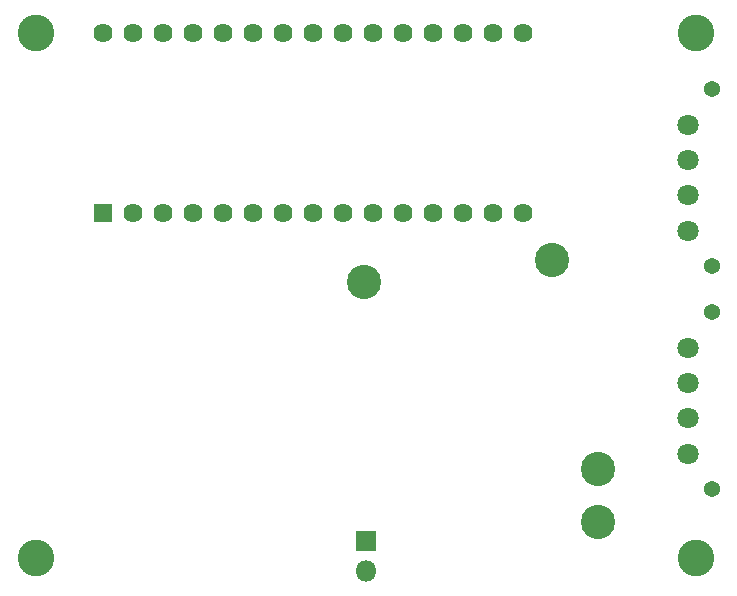
<source format=gbr>
%TF.GenerationSoftware,KiCad,Pcbnew,(5.1.6)-1*%
%TF.CreationDate,2020-08-03T14:50:49-05:00*%
%TF.ProjectId,CAN sniffer,43414e20-736e-4696-9666-65722e6b6963,rev?*%
%TF.SameCoordinates,Original*%
%TF.FileFunction,Soldermask,Bot*%
%TF.FilePolarity,Negative*%
%FSLAX46Y46*%
G04 Gerber Fmt 4.6, Leading zero omitted, Abs format (unit mm)*
G04 Created by KiCad (PCBNEW (5.1.6)-1) date 2020-08-03 14:50:49*
%MOMM*%
%LPD*%
G01*
G04 APERTURE LIST*
%ADD10C,3.100000*%
%ADD11C,2.900000*%
%ADD12C,1.370000*%
%ADD13C,1.800000*%
%ADD14C,1.624000*%
%ADD15R,1.624000X1.624000*%
%ADD16O,1.800000X1.800000*%
%ADD17R,1.800000X1.800000*%
G04 APERTURE END LIST*
D10*
%TO.C,H4*%
X165735000Y-110490000D03*
%TD*%
%TO.C,H3*%
X109855000Y-110490000D03*
%TD*%
%TO.C,H2*%
X165735000Y-66040000D03*
%TD*%
%TO.C,H1*%
X109855000Y-66040000D03*
%TD*%
D11*
%TO.C,TP4*%
X157480000Y-107442000D03*
%TD*%
%TO.C,TP3*%
X157480000Y-102997000D03*
%TD*%
%TO.C,TP2*%
X153568400Y-85318600D03*
%TD*%
%TO.C,TP1*%
X137604500Y-87134700D03*
%TD*%
D12*
%TO.C,J2*%
X167060000Y-89710000D03*
D13*
X165100000Y-98710000D03*
X165100000Y-95710000D03*
X165100000Y-92710000D03*
D12*
X167060000Y-104710000D03*
D13*
X165100000Y-101710000D03*
%TD*%
D14*
%TO.C,U1*%
X115570000Y-66040000D03*
X118110000Y-66040000D03*
X120650000Y-66040000D03*
X123190000Y-66040000D03*
X125730000Y-66040000D03*
X128270000Y-66040000D03*
X130810000Y-66040000D03*
X133350000Y-66040000D03*
X135890000Y-66040000D03*
X138430000Y-66040000D03*
X140970000Y-66040000D03*
X143510000Y-66040000D03*
X146050000Y-66040000D03*
X148590000Y-66040000D03*
X151130000Y-66040000D03*
X151130000Y-81280000D03*
X148590000Y-81280000D03*
X146050000Y-81280000D03*
X143510000Y-81280000D03*
X140970000Y-81280000D03*
X138430000Y-81280000D03*
X135890000Y-81280000D03*
X133350000Y-81280000D03*
X130810000Y-81280000D03*
X128270000Y-81280000D03*
X125730000Y-81280000D03*
X123190000Y-81280000D03*
X120650000Y-81280000D03*
X118110000Y-81280000D03*
D15*
X115570000Y-81280000D03*
%TD*%
D16*
%TO.C,JP1*%
X137833100Y-111645700D03*
D17*
X137833100Y-109105700D03*
%TD*%
D12*
%TO.C,J1*%
X167060000Y-70835000D03*
D13*
X165100000Y-79835000D03*
X165100000Y-76835000D03*
X165100000Y-73835000D03*
D12*
X167060000Y-85835000D03*
D13*
X165100000Y-82835000D03*
%TD*%
M02*

</source>
